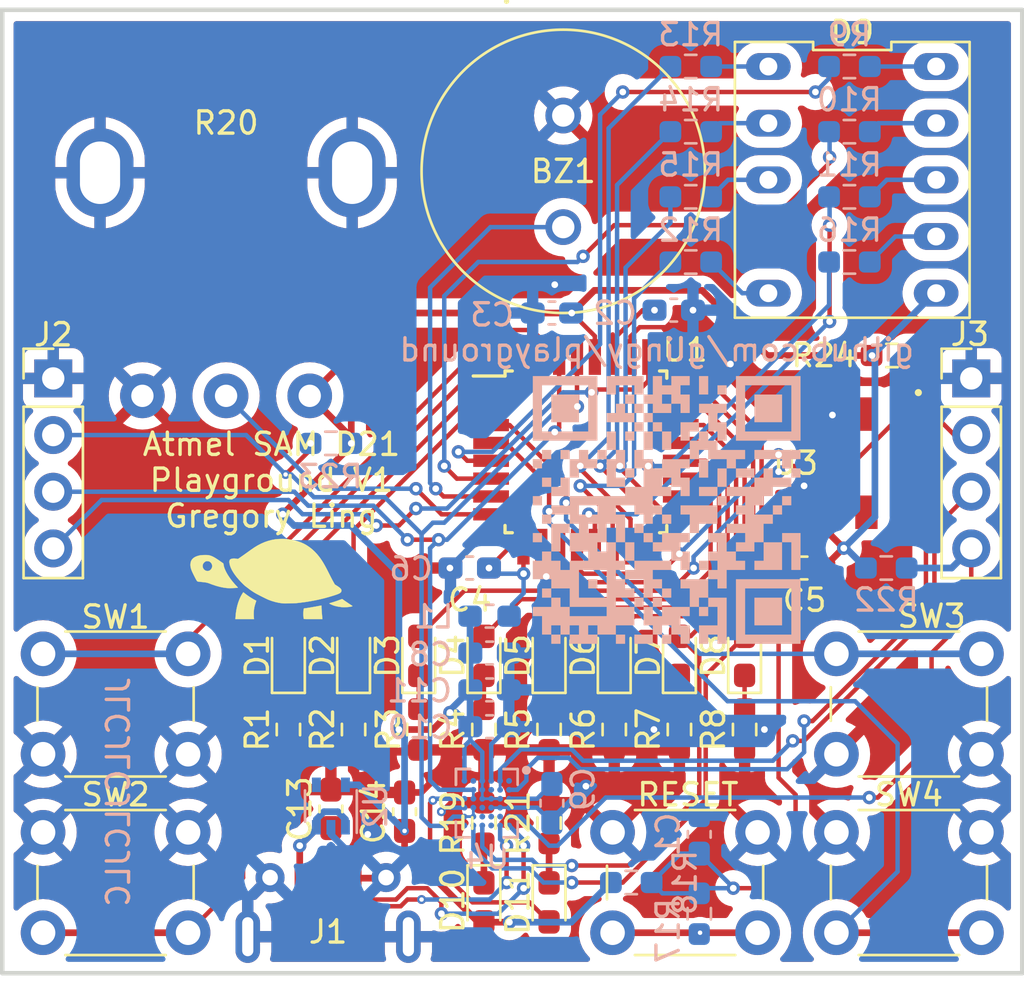
<source format=kicad_pcb>
(kicad_pcb (version 20211014) (generator pcbnew)
  (layers (0 "F.Cu" signal) (31 "B.Cu" signal) (34 "B.Paste" user) (35 "F.Paste" user) (36 "B.SilkS" user "B.Silkscreen") (37 "F.SilkS" user "F.Silkscreen") (38 "B.Mask" user) (39 "F.Mask" user) (44 "Edge.Cuts" user))
  (net 0 "")
  (net 1 "GND")
  (net 2 "Net-(C2-Pad1)")
  (net 3 "+3V3")
  (net 4 "/VDDANA1")
  (net 5 "Net-(D10-Pad1)")
  (net 6 "Net-(D11-Pad1)")
  (net 7 "/SWCLK")
  (net 8 "/SWDIO")
  (net 9 "/LED1")
  (net 10 "/LED2")
  (net 11 "Net-(D9-Pad10)")
  (net 12 "/~{RESET}")
  (net 13 "Net-(D9-Pad9)")
  (net 14 "/LED3")
  (net 15 "Net-(D9-Pad8)")
  (net 16 "/LED4")
  (net 17 "Net-(D9-Pad5)")
  (net 18 "/LED5")
  (net 19 "Net-(D9-Pad1)")
  (net 20 "/LED6")
  (net 21 "Net-(D9-Pad2)")
  (net 22 "/DBG_LED")
  (net 23 "Net-(D9-Pad3)")
  (net 24 "/USB_D-")
  (net 25 "Net-(D9-Pad7)")
  (net 26 "/USB_D+")
  (net 27 "Net-(R17-Pad1)")
  (net 28 "/10k_POT")
  (net 29 "/BUZZER")
  (net 30 "/DBG_SWCLK")
  (net 31 "/DBG_SWDIO")
  (net 32 "+5V")
  (net 34 "/~{DBG_RESET}")
  (net 35 "/SEG_A")
  (net 37 "Net-(C9-Pad1)")
  (net 38 "/SEG_B")
  (net 39 "/SEG_C")
  (net 40 "/SEG_D")
  (net 52 "Net-(D1-Pad1)")
  (net 53 "Net-(D2-Pad1)")
  (net 54 "Net-(D3-Pad1)")
  (net 55 "/SEG_E")
  (net 56 "Net-(D4-Pad1)")
  (net 57 "/SEG_F")
  (net 58 "Net-(D5-Pad1)")
  (net 59 "/SEG_G")
  (net 60 "Net-(D6-Pad1)")
  (net 61 "/SEG_DP")
  (net 62 "Net-(D7-Pad1)")
  (net 63 "Net-(D8-Pad1)")
  (net 64 "/SW1")
  (net 65 "/SW2")
  (net 66 "/SW3")
  (net 67 "/RGB_SDI")
  (net 68 "/RGB_CKI")
  (net 69 "/SW4")
  (net 70 "/UART_RX (Target TX)")
  (net 71 "/UART_TX (Target RX)")
  (footprint "Button_Switch_THT:SW_PUSH_6mm" (layer "F.Cu") (at 156.77 66.965)
    (fp_text reference "SW3")
    (fp_text value "SW_Push" hide)
  )
  (footprint "CustomParts:SK9822" (layer "F.Cu") (at 158.115 58.42 90)
    (fp_text reference "U3")
    (fp_text value "SK9822" hide)
  )
  (footprint "Resistor_SMD:R_0603_1608Metric_Pad0.98x0.95mm_HandSolder" (layer "F.Cu") (at 135.128 70.358 90)
    (fp_text reference "R2")
    (fp_text value "1kΩ" hide)
  )
  (footprint "Resistor_SMD:R_0603_1608Metric_Pad0.98x0.95mm_HandSolder" (layer "F.Cu") (at 140.97 74.549 90)
    (fp_text reference "R19")
    (fp_text value "1kΩ" hide)
  )
  (footprint "LED_SMD:LED_0603_1608Metric_Pad1.05x0.95mm_HandSolder" (layer "F.Cu") (at 140.97 67.056 90)
    (fp_text reference "D4")
    (fp_text value " ")
  )
  (footprint "Resistor_SMD:R_0603_1608Metric_Pad0.98x0.95mm_HandSolder" (layer "F.Cu") (at 143.891 70.358 90)
    (fp_text reference "R5")
    (fp_text value "1kΩ" hide)
  )
  (footprint "Button_Switch_THT:SW_PUSH_6mm" (layer "F.Cu") (at 121.21 66.965)
    (fp_text reference locked "SW1")
    (fp_text value "SW_Push" hide)
  )
  (footprint "LED_SMD:LED_0603_1608Metric_Pad1.05x0.95mm_HandSolder" (layer "F.Cu") (at 149.733 67.056 90)
    (fp_text reference "D7")
    (fp_text value " ")
  )
  (footprint "Capacitor_SMD:C_0603_1608Metric_Pad1.08x0.95mm_HandSolder" (layer "F.Cu") (at 134.112 73.914 -90)
    (fp_text reference "C13")
    (fp_text value "10uF" hide)
  )
  (footprint "Capacitor_SMD:C_0603_1608Metric_Pad1.08x0.95mm_HandSolder" (layer "F.Cu") (at 140.335 63.119 180)
    (fp_text reference "C4")
    (fp_text value "0.1uF" hide)
  )
  (footprint "Capacitor_SMD:C_0603_1608Metric_Pad1.08x0.95mm_HandSolder" (layer "F.Cu") (at 137.414 74.041 -90)
    (fp_text reference "C14")
    (fp_text value "10uF" hide)
  )
  (footprint "LED_SMD:LED_0603_1608Metric_Pad1.05x0.95mm_HandSolder" (layer "F.Cu") (at 152.654 67.056 90)
    (fp_text reference "D8")
    (fp_text value " ")
  )
  (footprint "CustomParts:P120PK-Y25BR10K" (layer "F.Cu") (at 129.413 45.402)
    (fp_text reference "R20")
    (fp_text value "P120PK-Y25BR10K" hide)
  )
  (footprint "Resistor_SMD:R_0603_1608Metric_Pad0.98x0.95mm_HandSolder" (layer "F.Cu") (at 138.049 70.358 90)
    (fp_text reference "R3")
    (fp_text value "1kΩ" hide)
  )
  (footprint "CustomParts:PS1240P02BT" (layer "F.Cu") (at 144.526 45.339 90)
    (fp_text reference "BZ1")
    (fp_text value "Buzzer")
  )
  (footprint "LED_SMD:LED_0603_1608Metric_Pad1.05x0.95mm_HandSolder" (layer "F.Cu") (at 135.128 67.056 90)
    (fp_text reference "D2")
    (fp_text value " ")
  )
  (footprint "CustomParts:MCR-B-S-RA-SMT-CS5A-NF-T" (layer "F.Cu") (at 133.985 81.394 180)
    (fp_text reference "J1")
    (fp_text value "Micro USB" hide)
  )
  (footprint "LED_SMD:LED_0603_1608Metric_Pad1.05x0.95mm_HandSolder" (layer "F.Cu") (at 143.891 78.105 -90)
    (fp_text reference "D11")
    (fp_text value " ")
  )
  (footprint "LED_SMD:LED_0603_1608Metric_Pad1.05x0.95mm_HandSolder" (layer "F.Cu") (at 132.207 67.056 90)
    (fp_text reference "D1")
    (fp_text value " ")
  )
  (footprint "Button_Switch_THT:SW_PUSH_6mm" (layer "F.Cu") (at 146.737 74.966)
    (fp_text reference "SW5" hide)
    (fp_text value "SW_Push" hide)
  )
  (footprint "Turtle:Turtle0808" (layer "F.Cu") (at 131.445 63.5)
    (fp_text reference "G***" hide)
    (fp_text value "LOGO" hide)
  )
  (footprint "Resistor_SMD:R_0603_1608Metric_Pad0.98x0.95mm_HandSolder" (layer "F.Cu") (at 152.654 70.358 90)
    (fp_text reference "R8")
    (fp_text value "1kΩ" hide)
  )
  (footprint "Resistor_SMD:R_0603_1608Metric_Pad0.98x0.95mm_HandSolder" (layer "F.Cu") (at 149.733 70.358 90)
    (fp_text reference "R7")
    (fp_text value "1kΩ" hide)
  )
  (footprint "Resistor_SMD:R_0603_1608Metric_Pad0.98x0.95mm_HandSolder" (layer "F.Cu") (at 146.812 70.358 90)
    (fp_text reference "R6")
    (fp_text value "1kΩ" hide)
  )
  (footprint "Package_QFP:TQFP-32_7x7mm_P0.8mm" (layer "F.Cu") (at 145.542 57.912)
    (fp_text reference "U1")
    (fp_text value "ATSAMD21E15L-A" hide)
  )
  (footprint "Connector_PinHeader_2.54mm:PinHeader_1x04_P2.54mm_Vertical" (layer "F.Cu") (at 162.814 54.62)
    (fp_text reference "J3")
    (fp_text value "Conn_01x04_Male" hide)
  )
  (footprint "Resistor_SMD:R_0603_1608Metric_Pad0.98x0.95mm_HandSolder" (layer "F.Cu") (at 132.207 70.358 90)
    (fp_text reference "R1")
    (fp_text value "1kΩ" hide)
  )
  (footprint "Capacitor_SMD:C_0603_1608Metric_Pad1.08x0.95mm_HandSolder" (layer "F.Cu") (at 155.321 63.119 180)
    (fp_text reference "C5")
    (fp_text value "10uF" hide)
  )
  (footprint "Button_Switch_THT:SW_PUSH_6mm" (layer "F.Cu") (at 127.71 79.466 180)
    (fp_text reference locked "SW2")
    (fp_text value "SW_Push" hide)
  )
  (footprint "LED_SMD:LED_0603_1608Metric_Pad1.05x0.95mm_HandSolder" (layer "F.Cu") (at 146.812 67.056 90)
    (fp_text reference "D6")
    (fp_text value " ")
  )
  (footprint "Connector_PinHeader_2.54mm:PinHeader_1x04_P2.54mm_Vertical" (layer "F.Cu") (at 121.666 54.62)
    (fp_text reference "J2")
    (fp_text value "Conn_01x04_Male" hide)
  )
  (footprint "Resistor_SMD:R_0603_1608Metric_Pad0.98x0.95mm_HandSolder" (layer "F.Cu") (at 143.891 74.549 90)
    (fp_text reference "R21")
    (fp_text value "1kΩ" hide)
  )
  (footprint "LED_SMD:LED_0603_1608Metric_Pad1.05x0.95mm_HandSolder" (layer "F.Cu") (at 143.891 67.056 90)
    (fp_text reference "D5")
    (fp_text value " ")
  )
  (footprint "Resistor_SMD:R_0603_1608Metric_Pad0.98x0.95mm_HandSolder" (layer "F.Cu") (at 159.258 53.594 180)
    (fp_text reference "R24")
    (fp_text value "6.8kΩ")
  )
  (footprint "Resistor_SMD:R_0603_1608Metric_Pad0.98x0.95mm_HandSolder" (layer "F.Cu") (at 140.97 70.358 90)
    (fp_text reference "R4")
    (fp_text value locked "1kΩ" hide)
  )
  (footprint "Button_Switch_THT:SW_PUSH_6mm" (layer "F.Cu") (at 163.27 79.466 180)
    (fp_text reference "SW4")
    (fp_text value "SW_Push" hide)
  )
  (footprint "LED_SMD:LED_0603_1608Metric_Pad1.05x0.95mm_HandSolder" (layer "F.Cu") (at 140.97 78.105 -90)
    (fp_text reference "D10")
    (fp_text value "POWER")
  )
  (footprint "LED_SMD:LED_0603_1608Metric_Pad1.05x0.95mm_HandSolder" (layer "F.Cu") (at 138.049 67.056 90)
    (fp_text reference "D3")
    (fp_text value " ")
  )
  (footprint "CustomParts:INND-TS40RAB" (layer "F.Cu") (at 157.48 45.72 -90)
    (fp_text reference "D9")
    (fp_text value "INND-TS40RAB")
  )
  (footprint "Resistor_SMD:R_0603_1608Metric_Pad0.98x0.95mm_HandSolder" (layer "B.Cu") (at 134.112 57.531)
    (fp_text reference "R23")
    (fp_text value "6.8kΩ")
  )
  (footprint "Resistor_SMD:R_0603_1608Metric_Pad0.98x0.95mm_HandSolder" (layer "B.Cu") (at 150.241 49.403 180)
    (fp_text reference "R12")
    (fp_text value "1kΩ" hide)
  )
  (footprint "CustomParts:WLCSP-35" (layer "B.Cu") (at 141.097 73.66 180)
    (fp_text reference "U4")
    (fp_text value "ATSAMD21E16B-U" hide)
  )
  (footprint "Capacitor_SMD:C_0603_1608Metric_Pad1.08x0.95mm_HandSolder" (layer "B.Cu") (at 141.224 70.231)
    (fp_text reference "C10")
    (fp_text value "0.1uF" hide)
  )
  (footprint "Capacitor_SMD:C_0603_1608Metric_Pad1.08x0.95mm_HandSolder" (layer "B.Cu") (at 149.479 51.562)
    (fp_text reference "C2")
    (fp_text value "0.1uF" hide)
  )
  (footprint "LOGO" (layer "B.Cu") (at 149.161549 60.515894 180)
    (fp_text reference "G***" hide)
    (fp_text value "LOGO" hide)
  )
  (footprint "Capacitor_SMD:C_0603_1608Metric_Pad1.08x0.95mm_HandSolder" (layer "B.Cu") (at 140.335 63.119 180)
    (fp_text reference "C6")
    (fp_text value "10uF" hide)
  )
  (footprint "Capacitor_SMD:C_0603_1608Metric_Pad1.08x0.95mm_HandSolder" (layer "B.Cu") (at 150.622 75.057 90)
    (fp_text reference "C1")
    (fp_text value "0.1uF" hide)
  )
  (footprint "Capacitor_SMD:C_0603_1608Metric_Pad1.08x0.95mm_HandSolder" (layer "B.Cu") (at 144.018 73.66 -90)
    (fp_text reference "C9")
    (fp_text value "0.1uF" hide)
  )
  (footprint "Package_TO_SOT_SMD:SOT-353_SC-70-5" (layer "B.Cu") (at 134.112 73.787 90)
    (fp_text reference "U2")
    (fp_text value "MIC5365-3.3YC5" hide)
  )
  (footprint "Resistor_SMD:R_0603_1608Metric_Pad0.98x0.95mm_HandSolder" (layer "B.Cu") (at 147.574 77.216)
    (fp_text reference "R18")
    (fp_text value "10kΩ" hide)
  )
  (footprint "Inductor_SMD:L_0603_1608Metric_Pad1.05x0.95mm_HandSolder" (layer "B.Cu") (at 141.224 65.278 180)
    (fp_text reference "L1")
    (fp_text value "10uH" hide)
  )
  (footprint "Capacitor_SMD:C_0603_1608Metric_Pad1.08x0.95mm_HandSolder" (layer "B.Cu") (at 141.224 68.58)
    (fp_text reference "C11")
    (fp_text value "0.1uF" hide)
  )
  (footprint "Resistor_SMD:R_0603_1608Metric_Pad0.98x0.95mm_HandSolder" (layer "B.Cu") (at 159.004 63.119)
    (fp_text reference "R22")
    (fp_text value "10kΩ" hide)
  )
  (footprint "Resistor_SMD:R_0603_1608Metric_Pad0.98x0.95mm_HandSolder" (layer "B.Cu") (at 157.353 40.64 180)
    (fp_text reference "R9")
    (fp_text value "1kΩ" hide)
  )
  (footprint "Resistor_SMD:R_0603_1608Metric_Pad0.98x0.95mm_HandSolder" (layer "B.Cu") (at 157.353 46.482 180)
    (fp_text reference "R11")
    (fp_text value "1kΩ" hide)
  )
  (footprint "Resistor_SMD:R_0603_1608Metric_Pad0.98x0.95mm_HandSolder" (layer "B.Cu") (at 150.241 46.482 180)
    (fp_text reference "R15")
    (fp_text value "1kΩ" hide)
  )
  (footprint "Resistor_SMD:R_0603_1608Metric_Pad0.98x0.95mm_HandSolder" (layer "B.Cu") (at 150.241 43.561 180)
    (fp_text reference "R14")
    (fp_text value "1kΩ" hide)
  )
  (footprint "Capacitor_SMD:C_0603_1608Metric_Pad1.08x0.95mm_HandSolder" (layer "B.Cu") (at 141.224 66.929)
    (fp_text reference "C8")
    (fp_text value "10uF" hide)
  )
  (footprint "Resistor_SMD:R_0603_1608Metric_Pad0.98x0.95mm_HandSolder" (layer "B.Cu") (at 157.353 43.561 180)
    (fp_text reference "R10")
    (fp_text value "1kΩ" hide)
  )
  (footprint "Capacitor_SMD:C_0603_1608Metric_Pad1.08x0.95mm_HandSolder" (layer "B.Cu") (at 144.018 51.689 180)
    (fp_text reference "C3")
    (fp_text value "0.1uF" hide)
  )
  (footprint "Resistor_SMD:R_0603_1608Metric_Pad0.98x0.95mm_HandSolder" (layer "B.Cu") (at 157.353 49.403 180)
    (fp_text reference "R16")
    (fp_text value "1kΩ" hide)
  )
  (footprint "Resistor_SMD:R_0603_1608Metric_Pad0.98x0.95mm_HandSolder" (layer "B.Cu") (at 150.241 40.64 180)
    (fp_text reference "R13")
    (fp_text value "1kΩ" hide)
  )
  (footprint "Resistor_SMD:R_0603_1608Metric_Pad0.98x0.95mm_HandSolder" (layer "B.Cu") (at 150.622 78.613 90)
    (fp_text reference "R17")
    (fp_text value "300Ω" hide)
  )
  (gr_rect (start 165.1 38.1) (end 119.38 81.28) (layer "Edge.Cuts") (width 0.2) (fill none))
  (gr_text "github.com/glingy/playground" (at 148.717081 53.340906) (layer "B.SilkS") (effects (font (size 1 1)) (justify mirror)))
  (gr_text "JLCJLCJLCJLC" (at 124.587 73.152 90) (layer "B.SilkS") (effects (font (size 1 1)) (justify mirror)))
  (gr_text "Atmel SAM D21\nPlayground V1\nGregory Ling" (at 131.447444 59.182) (layer "F.SilkS") (effects (font (size 1 1))))
  (gr_text "RESET" (at 150.114 73.279) (layer "F.SilkS") (effects (font (size 1 1))))
  (segment (start 149.5795 52.324) (end 150.3415 51.562) (width 0.2) (layer "F.Cu") (net 1))
  (segment (start 139.065 74.041) (end 139.4695 73.6365) (width 0.2) (layer "F.Cu") (net 1))
  (segment (start 149.5025 71.2705) (end 148.59 70.358) (width 0.3) (layer "F.Cu") (net 1))
  (segment (start 149.733 71.2705) (end 149.5025 71.2705) (width 0.3) (layer "F.Cu") (net 1))
  (segment (start 139.4695 73.6365) (end 140.97 73.6365) (width 0.2) (layer "F.Cu") (net 1))
  (segment (start 136.56 77.019) (end 136.585 76.994) (width 0.3) (layer "F.Cu") (net 1))
  (segment (start 152.654 71.2705) (end 152.654 71.247) (width 0.3) (layer "F.Cu") (net 1))
  (segment (start 147.955 52.324) (end 149.5795 52.324) (width 0.2) (layer "F.Cu") (net 1))
  (segment (start 143.542 62.162) (end 143.542 63.278) (width 0.3) (layer "F.Cu") (net 1))
  (segment (start 135.285 77.019) (end 136.56 77.019) (width 0.3) (layer "F.Cu") (net 1))
  (segment (start 138.1495 73.1785) (end 140.0575 71.2705) (width 0.3) (layer "F.Cu") (net 1))
  (segment (start 147.542 52.737) (end 147.955 52.324) (width 0.2) (layer "F.Cu") (net 1))
  (segment (start 147.542 53.662) (end 147.542 52.737) (width 0.2) (layer "F.Cu") (net 1))
  (segment (start 152.654 71.247) (end 153.543 70.358) (width 0.3) (layer "F.Cu") (net 1))
  (segment (start 140.0575 71.2705) (end 140.97 71.2705) (width 0.3) (layer "F.Cu") (net 1))
  (segment (start 137.414 73.1785) (end 138.1495 73.1785) (width 0.3) (layer "F.Cu") (net 1))
  (segment (start 143.542 63.278) (end 143.764 63.5) (width 0.3) (layer "F.Cu") (net 1))
  (via (at 143.764 63.5) (size 0.6) (drill 0.3) (layers "F.Cu" "B.Cu") (net 1))
  (via (at 148.59 70.358) (size 0.6) (drill 0.3) (layers "F.Cu" "B.Cu") (net 1))
  (via (at 144.145 50.419) (size 0.6) (drill 0.3) (layers "F.Cu" "B.Cu") (net 1))
  (via (at 145.542 72.898) (size 0.6) (drill 0.3) (layers "F.Cu" "B.Cu") (net 1))
  (via (at 153.543 70.358) (size 0.6) (drill 0.3) (layers "F.Cu" "B.Cu") (net 1))
  (via (at 139.065 74.041) (size 0.4) (drill 0.2) (layers "F.Cu" "B.Cu") (net 1))
  (via (at 156.591 56.261) (size 0.6) (drill 0.3) (layers "F.Cu" "B.Cu") (net 1))
  (via (at 139.446 63.119) (size 0.6) (drill 0.3) (layers "F.Cu" "B.Cu") (net 1))
  (via (at 135.763 75.057) (size 0.6) (drill 0.3) (layers "F.Cu" "B.Cu") (net 1))
  (via (at 150.3415 51.562) (size 0.6) (drill 0.3) (layers "F.Cu" "B.Cu") (net 1))
  (via (at 152.019 53.975) (size 0.6) (drill 0.3) (layers "F.Cu" "B.Cu") (net 1))
  (via (at 155.321 59.436) (size 0.6) (drill 0.3) (layers "F.Cu" "B.Cu") (net 1))
  (segment (start 142.097 73.86) (end 143.3555 73.86) (width 0.2) (layer "B.Cu") (net 1))
  (segment (start 134.112 74.737) (end 134.112 75.057) (width 0.3) (layer "B.Cu") (net 1))
  (segment (start 141.297 71.0205) (end 142.0865 70.231) (width 0.2) (layer "B.Cu") (net 1))
  (segment (start 144.018 74.5225) (end 144.018 74.422) (width 0.3) (layer "B.Cu") (net 1))
  (segment (start 139.446 63.119) (end 140.716 61.849) (width 0.3) (layer "B.Cu") (net 1))
  (segment (start 135.283 75.692) (end 135.283 75.537) (width 0.3) (layer "B.Cu") (net 1))
  (segment (start 134.747 75.692) (end 135.283 75.692) (width 0.3) (layer "B.Cu") (net 1))
  (segment (start 143.3555 73.86) (end 144.018 74.5225) (width 0.2) (layer "B.Cu") (net 1))
  (segment (start 141.297 72.66) (end 141.297 71.0205) (width 0.2) (layer "B.Cu") (net 1))
  (segment (start 140.097 73.86) (end 139.246 73.86) (width 0.2) (layer "B.Cu") (net 1))
  (segment (start 144.018 74.422) (end 145.542 72.898) (width 0.3) (layer "B.Cu") (net 1))
  (segment (start 134.112 75.057) (end 134.747 75.692) (width 0.3) (layer "B.Cu") (net 1))
  (segment (start 135.283 75.537) (end 135.763 75.057) (width 0.3) (layer "B.Cu") (net 1))
  (segment (start 135.283 75.692) (end 136.585 76.994) (width 0.3) (layer "B.Cu") (net 1))
  (segment (start 139.246 73.86) (end 139.065 74.041) (width 0.2) (layer "B.Cu") (net 1))
  (segment (start 141.297 73.86) (end 142.097 73.86) (width 0.127) (layer "B.Cu") (net 1))
  (segment (start 148.082 51.562) (end 148.6165 51.562) (width 0.2) (layer "F.Cu") (net 2))
  (segment (start 146.742 52.902) (end 148.082 51.562) (width 0.2) (layer "F.Cu") (net 2))
  (segment (start 146.742 53.662) (end 146.742 52.648) (width 0.2) (layer "F.Cu") (net 2))
  (segment (start 146.742 53.662) (end 146.742 52.902) (width 0.2) (layer "F.Cu") (net 2))
  (via (at 148.6165 51.562) (size 0.6) (drill 0.3) (layers "F.Cu" "B.Cu") (net 2))
  (segment (start 135.0245 53.5405) (end 135.0245 57.531) (width 0.3) (layer "F.Cu") (net 3))
  (segment (start 144.907 51.689) (end 145.923 50.673) (width 0.3) (layer "F.Cu") (net 3))
  (segment (start 135.0495 53.5155) (end 133.163 55.402) (width 0.3) (layer "F.Cu") (net 3))
  (segment (start 135.0245 57.2635) (end 133.163 55.402) (width 0.3) (layer "F.Cu") (net 3))
  (segment (start 138.684 70.358) (end 139.446 69.596) (width 0.3) (layer "F.Cu") (net 3))
  (segment (start 140.984 78.994) (end 140.97 78.98) (width 0.3) (layer "F.Cu") (net 3))
  (segment (start 145.942 52.724) (end 145.942 53.662) (width 0.2) (layer "F.Cu") (net 3))
  (segment (start 150.749 50.673) (end 153.67 53.594) (width 0.3) (layer "F.Cu") (net 3))
  (segment (start 157.099 62.23) (end 156.515 61.646) (width 0.3) (layer "F.Cu") (net 3))
  (segment (start 137.414 74.9035) (end 137.414 75.692) (width 0.3) (layer "F.Cu") (net 3))
  (segment (start 135.0245 57.531) (end 135.0245 57.2635) (width 0.3) (layer "F.Cu") (net 3))
  (segment (start 135.0245 57.531) (end 135.0245 57.6345) (width 0.3) (layer "F.Cu") (net 3))
  (segment (start 137.16 70.358) (end 138.684 70.358) (width 0.3) (layer "F.Cu") (net 3))
  (segment (start 157.099 62.23) (end 157.0725 62.23) (width 0.3) (layer "F.Cu") (net 3))
  (segment (start 157.0725 62.23) (end 156.1835 63.119) (width 0.3) (layer "F.Cu") (net 3))
  (segment (start 135.0495 53.5155) (end 135.0245 53.5405) (width 0.3) (layer "F.Cu") (net 3))
  (segment (start 135.0245 57.6345) (end 131.953 60.706) (width 0.3) (layer "F.Cu") (net 3))
  (segment (start 144.907 51.689) (end 136.876 51.689) (width 0.3) (layer "F.Cu") (net 3))
  (segment (start 156.515 61.646) (end 156.515 60.62) (width 0.3) (layer "F.Cu") (net 3))
  (segment (start 144.907 51.689) (end 145.942 52.724) (width 0.2) (layer "F.Cu") (net 3))
  (segment (start 140.702 78.98) (end 140.97 78.98) (width 0.3) (layer "F.Cu") (net 3))
  (segment (start 153.67 53.594) (end 158.3455 53.594) (width 0.3) (layer "F.Cu") (net 3))
  (segment (start 145.923 50.673) (end 150.749 50.673) (width 0.3) (layer "F.Cu") (net 3))
  (segment (start 137.414 75.692) (end 140.702 78.98) (width 0.3) (layer "F.Cu") (net 3))
  (segment (start 142.113 78.994) (end 140.984 78.994) (width 0.3) (layer "F.Cu") (net 3))
  (segment (start 136.876 51.689) (end 135.0495 53.5155) (width 0.3) (layer "F.Cu") (net 3))
  (via (at 137.16 70.358) (size 0.6) (drill 0.3) (layers "F.Cu" "B.Cu") (net 3))
  (via (at 144.907 51.689) (size 0.6) (drill 0.3) (layers "F.Cu" "B.Cu") (net 3))
  (via (at 137.414 74.9035) (size 0.4) (drill 0.2) (layers "F.Cu" "B.Cu") (net 3))
  (via (at 158.369 53.594) (size 0.6) (drill 0.3) (layers "F.Cu" "B.Cu") (net 3))
  (via (at 131.953 60.706) (size 0.6) (drill 0.3) (layers "F.Cu" "B.Cu") (net 3))
  (via (at 142.113 78.994) (size 0.6) (drill 0.3) (layers "F.Cu" "B.Cu") (net 3))
  (via (at 135.0245 57.531) (size 0.6) (drill 0.3) (layers "F.Cu" "B.Cu") (net 3))
  (via (at 139.446 69.596) (size 0.6) (drill 0.3) (layers "F.Cu" "B.Cu") (net 3))
  (via (at 157.099 62.23) (size 0.6) (drill 0.3) (layers "F.Cu" "B.Cu") (net 3))
  (segment (start 135.763 61.976) (end 135.001 61.214) (width 0.3) (layer "B.Cu") (net 3))
  (segment (start 140.3615 70.8395) (end 140.097 71.104) (width 0.2) (layer "B.Cu") (net 3))
  (segment (start 132.461 61.214) (end 131.953 60.706) (width 0.3) (layer "B.Cu") (net 3))
  (segment (start 157.099 62.23) (end 158.496 60.833) (width 0.3) (layer "B.Cu") (net 3))
  (segment (start 137.16 63.373) (end 135.763 61.976) (width 0.3) (layer "B.Cu") (net 3))
  (segment (start 135.3475 72.837) (end 137.414 74.9035) (width 0.3) (layer "B.Cu") (net 3))
  (segment (start 140.897 71.375) (end 140.897 72.66) (width 0.2) (layer "B.Cu") (net 3))
  (segment (start 144.8835 78.994) (end 142.113 78.994) (width 0.3) (layer "B.Cu") (net 3))
  (segment (start 140.3615 70.231) (end 140.3615 70.8395) (width 0.2) (layer "B.Cu") (net 3))
  (segment (start 141.697 73.46) (end 140.897 73.46) (width 0.127) (layer "B.Cu") (net 3))
  (segment (start 140.097 71.104) (end 140.097 72.66) (width 0.2) (layer "B.Cu") (net 3))
  (segment (start 161.24 50.8) (end 161.163 50.8) (width 0.3) (layer "B.Cu") (net 3))
  (segment (start 139.446 69.4955) (end 140.3615 68.58) (width 0.3) (layer "B.Cu") (net 3))
  (segment (start 140.897 73.46) (end 140.897 72.66) (width 0.127) (layer "B.Cu") (net 3))
  (segment (start 137.414 70.612) (end 137.16 70.358) (width 0.3) (layer "B.Cu") (net 3))
  (segment (start 140.349 65.278) (end 140.349 70.2185) (width 0.3) (layer "B.Cu") (net 3))
  (segment (start 139.446 69.596) (end 139.446 69.4955) (width 0.3) (layer "B.Cu") (net 3))
  (segment (start 132.588 61.214) (end 132.461 61.214) (width 0.3) (layer "B.Cu") (net 3))
  (segment (start 139.446 69.596) (end 139.7265 69.596) (width 0.3) (layer "B.Cu") (net 3))
  (segment (start 137.16 70.358) (end 137.16 63.373) (width 0.3) (layer "B.Cu") (net 3))
  (segment (start 146.6615 77.216) (end 144.8835 78.994) (width 0.3) (layer "B.Cu") (net 3))
  (segment (start 137.414 74.9035) (end 137.414 70.612) (width 0.3) (layer "B.Cu") (net 3))
  (segment (start 158.496 53.721) (end 158.369 53.594) (width 0.3) (layer "B.Cu") (net 3))
  (segment (start 158.496 60.833) (end 158.496 53.721) (width 0.3) (layer "B.Cu") (net 3))
  (segment (start 157.099 62.23) (end 157.2025 62.23) (width 0.3) (layer "B.Cu") (net 3))
  (segment (start 140.3615 70.8395) (end 140.897 71.375) (width 0.2) (layer "B.Cu") (net 3))
  (segment (start 161.163 50.8) (end 158.369 53.594) (width 0.3) (layer "B.Cu") (net 3))
  (segment (start 157.2025 62.23) (end 158.0915 63.119) (width 0.3) (layer "B.Cu") (net 3))
  (segment (start 139.7265 69.596) (end 140.3615 70.231) (width 0.3) (layer "B.Cu") (net 3))
  (segment (start 134.762 72.837) (end 135.3475 72.837) (width 0.3) (layer "B.Cu") (net 3))
  (segment (start 135.001 61.214) (end 132.588 61.214) (width 0.3) (layer "B.Cu") (net 3))
  (segment (start 140.349 70.2185) (end 140.3615 70.231) (width 0.3) (layer "B.Cu") (net 3))
  (segment (start 142.1545 62.162) (end 141.1975 63.119) (width 0.2) (layer "F.Cu") (net 4))
  (segment (start 142.742 62.162) (end 142.742 63.367) (width 0.2) (layer "F.Cu") (net 4))
  (segment (start 142.742 63.367) (end 142.748 63.373) (width 0.2) (layer "F.Cu") (net 4))
  (segment (start 142.742 62.162) (end 142.1545 62.162) (width 0.2) (layer "F.Cu") (net 4))
  (via (at 142.748 63.373) (size 0.6) (drill 0.3) (layers "F.Cu" "B.Cu") (net 4))
  (via (at 141.1975 63.119) (size 0.6) (drill 0.3) (layers "F.Cu" "B.Cu") (net 4))
  (segment (start 141.4515 63.373) (end 141.1975 63.119) (width 0.2) (layer "B.Cu") (net 4))
  (segment (start 142.748 63.373) (end 142.748 64.248) (width 0.2) (layer "B.Cu") (net 4))
  (segment (start 142.748 64.248) (end 142.226 64.77) (width 0.2) (layer "B.Cu") (net 4))
  (segment (start 142.748 63.373) (end 141.4515 63.373) (width 0.2) (layer "B.Cu") (net 4))
  (segment (start 140.97 75.4615) (end 140.97 77.23) (width 0.3) (layer "F.Cu") (net 5))
  (segment (start 143.891 75.4615) (end 143.891 77.23) (width 0.3) (layer "F.Cu") (net 6))
  (segment (start 145.161 55.88) (end 145.142 55.861) (width 0.2) (layer "F.Cu") (net 7))
  (segment (start 132.08 58.928) (end 133.1995 57.8085) (width 0.2) (layer "F.Cu") (net 7))
  (segment (start 145.142 55.861) (end 145.142 53.662) (width 0.2) (layer "F.Cu") (net 7))
  (segment (start 133.1995 57.8085) (end 133.1995 57.531) (width 0.2) (layer "F.Cu") (net 7))
  (via (at 145.161 55.88) (size 0.6) (drill 0.3) (layers "F.Cu" "B.Cu") (net 7))
  (via (at 132.08 58.928) (size 0.4) (drill 0.2) (layers "F.Cu" "B.Cu") (net 7))
  (via (at 133.1995 57.531) (size 0.6) (drill 0.3) (layers "F.Cu" "B.Cu") (net 7))
  (segment (start 140.097 74.26) (end 140.497 74.26) (width 0.127) (layer "B.Cu") (net 7))
  (segment (start 145.161 55.88) (end 144.399 55.88) (width 0.2) (layer "B.Cu") (net 7))
  (segment (start 136.525 59.944) (end 133.35 59.944) (width 0.2) (layer "B.Cu") (net 7))
  (segment (start 139.192 61.087) (end 138.684 61.087) (width 0.2) (layer "B.Cu") (net 7))
  (segment (start 139.192 74.676) (end 139.608 74.26) (width 0.2) (layer "B.Cu") (net 7))
  (segment (start 132.334 58.928) (end 132.08 58.928) (width 0.2) (layer "B.Cu") (net 7))
  (segment (start 130.312 57.16) (end 121.666 57.16) (width 0.2) (layer "B.Cu") (net 7))
  (segment (start 139.608 74.26) (end 140.097 74.26) (width 0.2) (layer "B.Cu") (net 7))
  (segment (start 138.176 61.595) (end 136.525 59.944) (width 0.2) (layer "B.Cu") (net 7))
  (segment (start 140.497 74.26) (end 140.497 73.86) (width 0.127) (layer "B.Cu") (net 7))
  (segment (start 132.08 58.928) (end 130.312 57.16) (width 0.2) (layer "B.Cu") (net 7))
  (segment (start 138.176 61.595) (end 138.176 74.295) (width 0.2) (layer "B.Cu") (net 7))
  (segment (start 133.35 59.944) (end 132.334 58.928) (width 0.2) (layer "B.Cu") (net 7))
  (segment (start 144.399 55.88) (end 139.192 61.087) (width 0.2) (layer "B.Cu") (net 7))
  (segment (start 138.176 74.295) (end 138.557 74.676) (width 0.2) (layer "B.Cu") (net 7))
  (segment (start 138.557 74.676) (end 139.192 74.676) (width 0.2) (layer "B.Cu") (net 7))
  (segment (start 138.684 61.087) (end 138.176 61.595) (width 0.2) (layer "B.Cu") (net 7))
  (segment (start 144.145 57.023) (end 144.342 56.826) (width 0.2) (layer "F.Cu") (net 8))
  (segment (start 144.342 56.826) (end 144.342 53.662) (width 0.2) (layer "F.Cu") (net 8))
  (segment (start 138.938 61.849) (end 137.541 61.849) (width 0.2) (layer "F.Cu") (net 8))
  (via (at 144.145 57.023) (size 0.6) (drill 0.3) (layers "F.Cu" "B.Cu") (net 8))
  (via (at 137.541 61.849) (size 0.6) (drill 0.3) (layers "F.Cu" "B.Cu") (net 8))
  (via (at 138.938 61.849) (size 0.6) (drill 0.3) (layers "F.Cu" "B.Cu") (net 8))
  (segment (start 138.973 73.06) (end 140.497 73.06) (width 0.2) (layer "B.Cu") (net 8))
  (segment (start 138.557 72.644) (end 138.973 73.06) (width 0.2) (layer "B.Cu") (net 8))
  (segment (start 144.145 57.023) (end 139.319 61.849) (width 0.2) (layer "B.Cu") (net 8))
  (segment (start 132.471 59.7) (end 121.666 59.7) (width 0.2) (layer "B.Cu") (net 8))
  (segment (start 138.557 62.23) (end 138.557 72.644) (width 0.2) (layer "B.Cu") (net 8))
  (segment (start 133.096 60.325) (end 132.471 59.7) (width 0.2) (layer "B.Cu") (net 8))
  (segment (start 137.541 61.849) (end 136.017 60.325) (width 0.2) (layer "B.Cu") (net 8))
  (segment (start 136.017 60.325) (end 133.096 60.325) (width 0.2) (layer "B.Cu") (net 8))
  (segment (start 139.319 61.849) (end 138.938 61.849) (width 0.2) (layer "B.Cu") (net 8))
  (segment (start 140.497 73.06) (end 140.497 73.46) (width 0.127) (layer "B.Cu") (net 8))
  (segment (start 138.938 61.849) (end 138.557 62.23) (width 0.2) (layer "B.Cu") (net 8))
  (segment (start 140.637978 55.112) (end 132.207 63.542978) (width 0.2) (layer "F.Cu") (net 9))
  (segment (start 132.207 63.542978) (end 132.207 66.181) (width 0.2) (layer "F.Cu") (net 9))
  (segment (start 141.292 55.112) (end 140.637978 55.112) (width 0.2) (layer "F.Cu") (net 9))
  (segment (start 140.637978 55.912) (end 135.128 61.421978) (width 0.2) (layer "F.Cu") (net 10))
  (segment (start 141.292 55.912) (end 140.637978 55.912) (width 0.2) (layer "F.Cu") (net 10))
  (segment (start 135.128 61.421978) (end 135.128 66.181) (width 0.2) (layer "F.Cu") (net 10))
  (segment (start 158.2655 40.64) (end 161.24 40.64) (width 0.2) (layer "B.Cu") (net 11))
  (segment (start 148.342 53.662) (end 149.9915 53.662) (width 0.2) (layer "F.Cu") (net 12))
  (segment (start 153.416 64.77) (end 154.178 65.532) (width 0.2) (layer "F.Cu") (net 12))
  (segment (start 136.144 61.214) (end 137.16 61.214) (width 0.2) (layer "F.Cu") (net 12))
  (segment (start 145.796 55.245) (end 145.923 55.118) (width 0.2) (layer "F.Cu") (net 12))
  (segment (start 154.178 72.517) (end 154.94 73.279) (width 0.2) (layer "F.Cu") (net 12))
  (segment (start 147.955 55.118) (end 148.342 54.731) (width 0.2) (layer "F.Cu") (net 12))
  (segment (start 137.16 61.214) (end 137.922 60.452) (width 0.2) (layer "F.Cu") (net 12))
  (segment (start 153.289 77.47) (end 152.146 77.47) (width 0.2) (layer "F.Cu") (net 12))
  (segment (start 154.178 65.532) (end 154.178 72.517) (width 0.2) (layer "F.Cu") (net 12))
  (segment (start 154.94 73.279) (end 154.94 75.819) (width 0.2) (layer "F.Cu") (net 12))
  (segment (start 154.94 75.819) (end 153.289 77.47) (width 0.2) (layer "F.Cu") (net 12))
  (segment (start 149.9915 53.662) (end 153.416 57.0865) (width 0.2) (layer "F.Cu") (net 12))
  (segment (start 153.416 57.0865) (end 153.416 64.77) (width 0.2) (layer "F.Cu") (net 12))
  (segment (start 145.923 55.118) (end 147.955 55.118) (width 0.2) (layer "F.Cu") (net 12))
  (segment (start 148.342 54.731) (end 148.342 53.662) (width 0.2) (layer "F.Cu") (net 12))
  (via (at 136.144 61.214) (size 0.6) (drill 0.3) (layers "F.Cu" "B.Cu") (net 12))
  (via (at 137.922 60.452) (size 0.6) (drill 0.3) (layers "F.Cu" "B.Cu") (net 12))
  (via (at 145.796 55.245) (size 0.6) (drill 0.3) (layers "F.Cu" "B.Cu") (net 12))
  (via (at 152.146 77.47) (size 0.6) (drill 0.3) (layers "F.Cu" "B.Cu") (net 12))
  (segment (start 139.319 60.452) (end 137.922 60.452) (width 0.2) (layer "B.Cu") (net 12))
  (segment (start 136.144 61.214) (end 135.636 60.706) (width 0.2) (layer "B.Cu") (net 12))
  (segment (start 135.636 60.706) (end 132.842 60.706) (width 0.2) (layer "B.Cu") (net 12))
  (segment (start 145.796 55.245) (end 144.526 55.245) (width 0.2) (layer "B.Cu") (net 12))
  (segment (start 148.971 77.7005) (end 148.4865 77.216) (width 0.2) (layer "B.Cu") (net 12))
  (segment (start 144.526 55.245) (end 139.319 60.452) (width 0.2) (layer "B.Cu") (net 12))
  (segment (start 132.207 60.071) (end 123.835 60.071) (width 0.2) (layer "B.Cu") (net 12))
  (segment (start 150.8525 77.47) (end 150.622 77.7005) (width 0.2) (layer "B.Cu") (net 12))
  (segment (start 150.622 77.7005) (end 148.971 77.7005) (width 0.2) (layer "B.Cu") (net 12))
  (segment (start 149.783 75.9195) (end 148.4865 77.216) (width 0.2) (layer "B.Cu") (net 12))
  (segment (start 152.146 77.47) (end 152.146 77.4435) (width 0.2) (layer "B.Cu") (net 12))
  (segment (start 150.622 75.9195) (end 149.783 75.9195) (width 0.2) (layer "B.Cu") (net 12))
  (segment (start 152.146 77.4435) (end 150.622 75.9195) (width 0.2) (layer "B.Cu") (net 12))
  (segment (start 152.146 77.47) (end 150.8525 77.47) (width 0.2) (layer "B.Cu") (net 12))
  (segment (start 123.835 60.071) (end 121.666 62.24) (width 0.2) (layer "B.Cu") (net 12))
  (segment (start 132.842 60.706) (end 132.207 60.071) (width 0.2) (layer "B.Cu") (net 12))
  (segment (start 158.2655 43.561) (end 158.6465 43.18) (width 0.2) (layer "B.Cu") (net 13))
  (segment (start 158.6465 43.18) (end 161.24 43.18) (width 0.2) (layer "B.Cu") (net 13))
  (segment (start 151.13 59.309) (end 151.13 63.246) (width 0.2) (layer "F.Cu") (net 14))
  (segment (start 150.933 59.112) (end 151.13 59.309) (width 0.2) (layer "F.Cu") (net 14))
  (segment (start 151.13 63.246) (end 150.241 64.135) (width 0.2) (layer "F.Cu") (net 14))
  (segment (start 149.792 59.112) (end 150.933 59.112) (width 0.2) (layer "F.Cu") (net 14))
  (segment (start 140.095 64.135) (end 138.049 66.181) (width 0.2) (layer "F.Cu") (net 14))
  (segment (start 150.241 64.135) (end 140.095 64.135) (width 0.2) (layer "F.Cu") (net 14))
  (segment (start 158.2655 46.482) (end 159.0275 45.72) (width 0.2) (layer "B.Cu") (net 15))
  (segment (start 159.0275 45.72) (end 161.24 45.72) (width 0.2) (layer "B.Cu") (net 15))
  (segment (start 150.382222 64.516) (end 142.635 64.516) (width 0.2) (layer "F.Cu") (net 16))
  (segment (start 149.792 58.312) (end 150.895 58.312) (width 0.2) (layer "F.Cu") (net 16))
  (segment (start 142.635 64.516) (end 140.97 66.181) (width 0.2) (layer "F.Cu") (net 16))
  (segment (start 151.511 63.387222) (end 150.382222 64.516) (width 0.2) (layer "F.Cu") (net 16))
  (segment (start 150.895 58.312) (end 151.511 58.928) (width 0.2) (layer "F.Cu") (net 16))
  (segment (start 151.511 58.928) (end 151.511 63.387222) (width 0.2) (layer "F.Cu") (net 16))
  (segment (start 151.1535 49.403) (end 152.5505 50.8) (width 0.2) (layer "B.Cu") (net 17))
  (segment (start 152.5505 50.8) (end 153.72 50.8) (width 0.2) (layer "B.Cu") (net 17))
  (segment (start 145.175 64.897) (end 143.891 66.181) (width 0.2) (layer "F.Cu") (net 18))
  (segment (start 150.495 64.897) (end 145.175 64.897) (width 0.2) (layer "F.Cu") (net 18))
  (segment (start 150.857 57.512) (end 151.892 58.547) (width 0.2) (layer "F.Cu") (net 18))
  (segment (start 151.892 58.547) (end 151.892 63.5) (width 0.2) (layer "F.Cu") (net 18))
  (segment (start 149.792 57.512) (end 150.857 57.512) (width 0.2) (layer "F.Cu") (net 18))
  (segment (start 151.892 63.5) (end 150.495 64.897) (width 0.2) (layer "F.Cu") (net 18))
  (segment (start 151.1535 40.64) (end 153.72 40.64) (width 0.2) (layer "B.Cu") (net 19))
  (segment (start 150.622 65.278) (end 147.715 65.278) (width 0.2) (layer "F.Cu") (net 20))
  (segment (start 150.819 56.712) (end 152.273 58.166) (width 0.2) (layer "F.Cu") (net 20))
  (segment (start 152.273 58.166) (end 152.273 63.627) (width 0.2) (layer "F.Cu") (net 20))
  (segment (start 147.715 65.278) (end 146.812 66.181) (width 0.2) (layer "F.Cu") (net 20))
  (segment (start 152.273 63.627) (end 150.622 65.278) (width 0.2) (layer "F.Cu") (net 20))
  (segment (start 149.792 56.712) (end 150.819 56.712) (width 0.2) (layer "F.Cu") (net 20))
  (segment (start 151.1535 43.561) (end 151.5345 43.18) (width 0.2) (layer "B.Cu") (net 21))
  (segment (start 151.5345 43.18) (end 153.72 43.18) (width 0.2) (layer "B.Cu") (net 21))
  (segment (start 143.016 78.105) (end 143.891 78.98) (width 0.2) (layer "F.Cu") (net 22))
  (segment (start 138.557 73.66) (end 138.557 76.2) (width 0.2) (layer "F.Cu") (net 22))
  (segment (start 138.557 76.2) (end 140.462 78.105) (width 0.2) (layer "F.Cu") (net 22))
  (segment (start 138.684 73.533) (end 138.557 73.66) (width 0.2) (layer "F.Cu") (net 22))
  (segment (start 140.462 78.105) (end 143.016 78.105) (width 0.2) (layer "F.Cu") (net 22))
  (via (at 138.684 73.533) (size 0.4) (drill 0.2) (layers "F.Cu" "B.Cu") (net 22))
  (segment (start 138.757 73.46) (end 140.097 73.46) (width 0.2) (layer "B.Cu") (net 22))
  (segment (start 138.684 73.533) (end 138.757 73.46) (width 0.2) (layer "B.Cu") (net 22))
  (segment (start 151.1535 46.482) (end 151.9155 45.72) (width 0.2) (layer "B.Cu") (net 23))
  (segment (start 151.9155 45.72) (end 153.72 45.72) (width 0.2) (layer "B.Cu") (net 23))
  (segment (start 137.541 77.978) (end 137.23952 78.27948) (width 0.2) (layer "F.Cu") (net 24))
  (segment (start 138.176 77.978) (end 137.541 77.978) (width 0.2) (layer "F.Cu") (net 24))
  (segment (start 133.335 77.844) (end 133.335 77.019) (width 0.2) (layer "F.Cu") (net 24))
  (segment (start 141.986 75.565) (end 141.986 77.216) (width 0.2) (layer "F.Cu") (net 24))
  (segment (start 137.23952 78.27948) (end 133.77048 78.27948) (width 0.2) (layer "F.Cu") (net 24))
  (segment (start 133.77048 78.27948) (end 133.335 77.844) (width 0.2) (layer "F.Cu") (net 24))
  (via (at 141.986 75.565) (size 0.6) (drill 0.3) (layers "F.Cu" "B.Cu") (net 24))
  (via (at 138.176 77.978) (size 0.4) (drill 0.2) (layers "F.Cu" "B.Cu") (net 24))
  (via (at 141.986 77.216) (size 0.6) (drill 0.3) (layers "F.Cu" "B.Cu") (net 24))
  (segment (start 141.224 77.978) (end 141.986 77.216) (width 0.2) (layer "B.Cu") (net 24))
  (segment (start 141.697 74.66) (end 141.697 75.276) (width 0.2) (layer "B.Cu") (net 24))
  (segment (start 138.176 77.978) (end 141.224 77.978) (width 0.2) (layer "B.Cu") (net 24))
  (segment (start 141.697 75.276) (end 141.986 75.565) (width 0.2) (layer "B.Cu") (net 24))
  (segment (start 158.2655 49.403) (end 159.4085 48.26) (width 0.2) (layer "B.Cu") (net 25))
  (segment (start 159.4085 48.26) (end 161.24 48.26) (width 0.2) (layer "B.Cu") (net 25))
  (segment (start 138.43 77.47) (end 137.541 77.47) (width 0.2) (layer "F.Cu") (net 26))
  (segment (start 134.389978 77.978) (end 133.985 77.573022) (width 0.2) (layer "F.Cu") (net 26))
  (segment (start 142.748 75.565) (end 142.748 77.47) (width 0.2) (layer "F.Cu") (net 26))
  (segment (start 137.033 77.978) (end 134.389978 77.978) (width 0.2) (layer "F.Cu") (net 26))
  (segment (start 133.985 77.573022) (end 133.985 77.019) (width 0.2) (layer "F.Cu") (net 26))
  (segment (start 139.065 78.105) (end 138.43 77.47) (width 0.2) (layer "F.Cu") (net 26))
  (segment (start 137.541 77.47) (end 137.033 77.978) (width 0.2) (layer "F.Cu") (net 26))
  (segment (start 139.065 78.613) (end 139.065 78.105) (width 0.2) (layer "F.Cu") (net 26))
  (via (at 142.748 75.565) (size 0.6) (drill 0.3) (layers "F.Cu" "B.Cu") (net 26))
  (via (at 142.748 77.47) (size 0.6) (drill 0.3) (layers "F.Cu" "B.Cu") (net 26))
  (via (at 139.065 78.613) (size 0.6) (drill 0.3) (layers "F.Cu" "B.Cu") (net 26))
  (segment (start 141.605 78.613) (end 142.748 77.47) (width 0.2) (layer "B.Cu") (net 26))
  (segment (start 139.065 78.613) (end 141.605 78.613) (width 0.2) (layer "B.Cu") (net 26))
  (segment (start 142.097 74.66) (end 142.748 75.311) (width 0.2) (layer "B.Cu") (net 26))
  (segment (start 142.748 75.311) (end 142.748 75.565) (width 0.2) (layer "B.Cu") (net 26))
  (segment (start 150.658 79.466) (end 153.237 79.466) (width 0.3) (layer "F.Cu") (net 27))
  (segment (start 146.737 79.466) (end 150.658 79.466) (width 0.3) (layer "F.Cu") (net 27))
  (via (at 150.658 79.466) (size 0.4) (drill 0.2) (layers "F.Cu" "B.Cu") (net 27))
  (segment (start 137.922 59.563) (end 139.071 60.712) (width 0.2) (layer "F.Cu") (net 28))
  (segment (start 139.071 60.712) (end 141.292 60.712) (width 0.2) (layer "F.Cu") (net 28))
  (via (at 137.922 59.563) (size 0.6) (drill 0.3) (layers "F.Cu" "B.Cu") (net 28))
  (segment (start 137.922 59.563) (end 133.574 59.563) (width 0.2) (layer "B.Cu") (net 28))
  (segment (start 133.574 59.563) (end 129.413 55.402) (width 0.2) (layer "B.Cu") (net 28))
  (segment (start 139.16 59.912) (end 141.292 59.912) (width 0.2) (layer "F.Cu") (net 29))
  (segment (start 138.811 59.563) (end 139.16 59.912) (width 0.2) (layer "F.Cu") (net 29))
  (via (at 138.811 59.563) (size 0.6) (drill 0.3) (layers "F.Cu" "B.Cu") (net 29))
  (segment (start 138.557 59.309) (end 138.557 50.546) (width 0.2) (layer "B.Cu") (net 29))
  (segment (start 141.264 47.839) (end 144.526 47.839) (width 0.2) (layer "B.Cu") (net 29))
  (segment (start 138.811 59.563) (end 138.557 59.309) (width 0.2) (layer "B.Cu") (net 29))
  (segment (start 138.557 50.546) (end 141.264 47.839) (width 0.2) (layer "B.Cu") (net 29))
  (segment (start 155.321 69.977) (end 155.702 69.977) (width 0.2) (layer "F.Cu") (net 30))
  (segment (start 155.702 69.977) (end 160.782 64.897) (width 0.2) (layer "F.Cu") (net 30))
  (segment (start 161.036 56.134) (end 162.062 57.16) (width 0.2) (layer "F.Cu") (net 30))
  (segment (start 160.528 53.594) (end 161.036 54.102) (width 0.2) (layer "F.Cu") (net 30))
  (segment (start 160.782 64.897) (end 160.782 56.388) (width 0.2) (layer "F.Cu") (net 30))
  (segment (start 160.1705 53.594) (end 160.528 53.594) (width 0.2) (layer "F.Cu") (net 30))
  (segment (start 161.036 54.102) (end 161.036 56.134) (width 0.2) (layer "F.Cu") (net 30))
  (segment (start 160.782 56.388) (end 161.036 56.134) (width 0.2) (layer "F.Cu") (net 30))
  (segment (start 162.062 57.16) (end 162.814 57.16) (width 0.2) (layer "F.Cu") (net 30))
  (via (at 155.321 69.977) (size 0.6) (drill 0.3) (layers "F.Cu" "B.Cu") (net 30))
  (segment (start 154.559 72.136) (end 145.288 72.136) (width 0.2) (layer "B.Cu") (net 30))
  (segment (start 155.321 71.374) (end 154.559 72.136) (width 0.2) (layer "B.Cu") (net 30))
  (segment (start 145.288 72.136) (end 144.78 71.628) (width 0.2) (layer "B.Cu") (net 30))
  (segment (start 142.875 72.644) (end 142.459 73.06) (width 0.2) (layer "B.Cu") (net 30))
  (segment (start 155.321 69.977) (end 155.321 71.374) (width 0.2) (layer "B.Cu") (net 30))
  (segment (start 142.459 73.06) (end 142.097 73.06) (width 0.2) (layer "B.Cu") (net 30))
  (segment (start 144.78 71.628) (end 143.383 71.628) (width 0.2) (layer "B.Cu") (net 30))
  (segment (start 142.875 72.136) (end 142.875 72.644) (width 0.2) (layer "B.Cu") (net 30))
  (segment (start 143.383 71.628) (end 142.875 72.136) (width 0.2) (layer "B.Cu") (net 30))
  (segment (start 161.163 65.024) (end 161.163 61.351) (width 0.2) (layer "F.Cu") (net 31))
  (segment (start 154.813 70.866) (end 155.321 70.866) (width 0.2) (layer "F.Cu") (net 31))
  (segment (start 161.163 61.351) (end 162.814 59.7) (width 0.2) (layer "F.Cu") (net 31))
  (segment (start 155.321 70.866) (end 161.163 65.024) (width 0.2) (layer "F.Cu") (net 31))
  (via (at 154.813 70.866) (size 0.6) (drill 0.3) (layers "F.Cu" "B.Cu") (net 31))
  (segment (start 153.924 71.755) (end 145.415 71.755) (width 0.2) (layer "B.Cu") (net 31))
  (segment (start 142.621 71.247) (end 141.697 72.171) (width 0.2) (layer "B.Cu") (net 31))
  (segment (start 141.697 73.06) (end 141.697 72.66) (width 0.127) (layer "B.Cu") (net 31))
  (segment (start 144.907 71.247) (end 142.621 71.247) (width 0.2) (layer "B.Cu") (net 31))
  (segment (start 154.813 70.866) (end 153.924 71.755) (width 0.2) (layer "B.Cu") (net 31))
  (segment (start 145.415 71.755) (end 144.907 71.247) (width 0.2) (layer "B.Cu") (net 31))
  (segment (start 141.697 72.171) (end 141.697 72.66) (width 0.2) (layer "B.Cu") (net 31))
  (segment (start 133.5035 74.7765) (end 132.715 75.565) (width 0.3) (layer "F.Cu") (net 32))
  (segment (start 134.112 74.7765) (end 133.5035 74.7765) (width 0.3) (layer "F.Cu") (net 32))
  (segment (start 132.715 76.989) (end 132.685 77.019) (width 0.3) (layer "F.Cu") (net 32))
  (segment (start 132.715 75.565) (end 132.715 76.989) (width 0.3) (layer "F.Cu") (net 32))
  (via (at 132.715 75.565) (size 0.6) (drill 0.3) (layers "F.Cu" "B.Cu") (net 32))
  (segment (start 133.462 74.737) (end 133.462 74.818) (width 0.3) (layer "B.Cu") (net 32))
  (segment (start 133.803978 74.041) (end 134.420022 74.041) (width 0.3) (layer "B.Cu") (net 32))
  (segment (start 133.462 74.382978) (end 133.803978 74.041) (width 0.3) (layer "B.Cu") (net 32))
  (segment (start 133.462 74.737) (end 133.462 74.382978) (width 0.3) (layer "B.Cu") (net 32))
  (segment (start 134.420022 74.041) (end 134.762 74.382978) (width 0.3) (layer "B.Cu") (net 32))
  (segment (start 133.462 74.818) (end 132.715 75.565) (width 0.3) (layer "B.Cu") (net 32))
  (segment (start 134.762 74.382978) (end 134.762 74.737) (width 0.3) (layer "B.Cu") (net 32))
  (segment (start 161.036 66.929) (end 162.814 65.151) (width 0.2) (layer "F.Cu") (net 34))
  (segment (start 158.242 73.406) (end 158.623 73.406) (width 0.2) (layer "F.Cu") (net 34))
  (segment (start 158.623 73.406) (end 161.036 70.993) (width 0.2) (layer "F.Cu") (net 34))
  (segment (start 161.036 70.993) (end 161.036 66.929) (width 0.2) (layer "F.Cu") (net 34))
  (segment (start 162.814 65.151) (end 162.814 62.24) (width 0.2) (layer "F.Cu") (net 34))
  (via (at 158.242 73.406) (size 0.6) (drill 0.3) (layers "F.Cu" "B.Cu") (net 34))
  (segment (start 144.272 75.565) (end 143.891 75.565) (width 0.2) (layer "B.Cu") (net 34))
  (segment (start 143.891 75.565) (end 142.586 74.26) (width 0.2) (layer "B.Cu") (net 34))
  (segment (start 142.586 74.26) (end 142.097 74.26) (width 0.2) (layer "B.Cu") (net 34))
  (segment (start 146.431 73.406) (end 144.272 75.565) (width 0.2) (layer "B.Cu") (net 34))
  (segment (start 161.935 63.119) (end 159.9165 63.119) (width 0.3) (layer "B.Cu") (net 34))
  (segment (start 158.242 73.406) (end 146.431 73.406) (width 0.2) (layer "B.Cu") (net 34))
  (segment (start 162.814 62.24) (end 161.935 63.119) (width 0.3) (layer "B.Cu") (net 34))
  (segment (start 140.227 58.312) (end 139.827 57.912) (width 0.2) (layer "F.Cu") (net 35))
  (segment (start 147.193 41.783) (end 155.829 41.783) (width 0.2) (layer "F.Cu") (net 35))
  (segment (start 141.292 58.312) (end 140.227 58.312) (width 0.2) (layer "F.Cu") (net 35))
  (via (at 147.193 41.783) (size 0.6) (drill 0.3) (layers "F.Cu" "B.Cu") (net 35))
  (via (at 155.829 41.783) (size 0.6) (drill 0.3) (layers "F.Cu" "B.Cu") (net 35))
  (via (at 139.827 57.912) (size 0.6) (drill 0.3) (layers "F.Cu" "B.Cu") (net 35))
  (segment (start 155.829 41.783) (end 156.4405 41.1715) (width 0.2) (layer "B.Cu") (net 35))
  (segment (start 146.177 53.086) (end 146.177 42.799) (width 0.2) (layer "B.Cu") (net 35))
  (segment (start 139.827 57.912) (end 141.351 57.912) (width 0.2) (layer "B.Cu") (net 35))
  (segment (start 141.351 57.912) (end 146.177 53.086) (width 0.2) (layer "B.Cu") (net 35))
  (segment (start 156.4405 41.1715) (end 156.4405 40.64) (width 0.2) (layer "B.Cu") (net 35))
  (segment (start 146.177 42.799) (end 147.193 41.783) (width 0.2) (layer "B.Cu") (net 35))
  (segment (start 143.3555 73.46) (end 144.018 72.7975) (width 0.2) (layer "B.Cu") (net 37))
  (segment (start 142.097 73.46) (end 143.3555 73.46) (width 0.2) (layer "B.Cu") (net 37))
  (segment (start 153.67 47.752) (end 156.464 44.958) (width 0.2) (layer "F.Cu") (net 38))
  (segment (start 139.757 59.112) (end 139.192 58.547) (width 0.2) (layer "F.Cu") (net 38))
  (segment (start 146.812 47.752) (end 153.67 47.752) (width 0.2) (layer "F.Cu") (net 38))
  (segment (start 141.292 59.112) (end 139.757 59.112) (width 0.2) (layer "F.Cu") (net 38))
  (segment (start 145.415 49.149) (end 146.812 47.752) (width 0.2) (layer "F.Cu") (net 38))
  (segment (start 156.464 44.958) (end 156.464 44.704) (width 0.2) (layer "F.Cu") (net 38))
  (via (at 156.464 44.704) (size 0.6) (drill 0.3) (layers "F.Cu" "B.Cu") (net 38))
  (via (at 139.192 58.547) (size 0.6) (drill 0.3) (layers "F.Cu" "B.Cu") (net 38))
  (via (at 145.415 49.149) (size 0.6) (drill 0.3) (layers "F.Cu" "B.Cu") (net 38))
  (segment (start 156.464 44.704) (end 156.464 43.5845) (width 0.2) (layer "B.Cu") (net 38))
  (segment (start 145.415 49.149) (end 145.161 49.403) (width 0.2) (layer "B.Cu") (net 38))
  (segment (start 140.716 49.403) (end 139.192 50.927) (width 0.2) (layer "B.Cu") (net 38))
  (segment (start 139.192 50.927) (end 139.192 58.547) (width 0.2) (layer "B.Cu") (net 38))
  (segment (start 145.161 49.403) (end 140.716 49.403) (width 0.2) (layer "B.Cu") (net 38))
  (segment (start 156.464 43.5845) (end 156.4405 43.561) (width 0.2) (layer "B.Cu") (net 38))
  (segment (start 156.464 52.07) (end 156.464 47.752) (width 0.2) (layer "F.Cu") (net 39))
  (segment (start 145.942 60.979) (end 145.669 60.706) (width 0.2) (layer "F.Cu") (net 39))
  (segment (start 145.942 62.162) (end 145.942 60.979) (width 0.2) (layer "F.Cu") (net 39))
  (via (at 145.669 60.706) (size 0.6) (drill 0.3) (layers "F.Cu" "B.Cu") (net 39))
  (via (at 156.464 47.752) (size 0.6) (drill 0.3) (layers "F.Cu" "B.Cu") (net 39))
  (via (at 156.464 52.07) (size 0.6) (drill 0.3) (layers "F.Cu" "B.Cu") (net 39))
  (segment (start 156.464 46.5055) (end 156.4405 46.482) (width 0.2) (layer "B.Cu") (net 39))
  (segment (start 156.464 47.752) (end 156.464 46.5055) (width 0.2) (layer "B.Cu") (net 39))
  (segment (start 147.828 60.706) (end 145.669 60.706) (width 0.2) (layer "B.Cu") (net 39))
  (segment (start 156.464 52.07) (end 147.828 60.706) (width 0.2) (layer "B.Cu") (net 39))
  (segment (start 146.742 60.89) (end 146.742 62.162) (width 0.2) (layer "F.Cu") (net 40))
  (segment (start 145.288 59.436) (end 146.742 60.89) (width 0.2) (layer "F.Cu") (net 40))
  (via (at 145.288 59.436) (size 0.6) (drill 0.3) (layers "F.Cu" "B.Cu") (net 40))
  (segment (start 147.701 58.928) (end 147.193 59.436) (width 0.2) (layer "B.Cu") (net 40))
  (segment (start 147.701 51.0305) (end 147.701 58.928) (width 0.2) (layer "B.Cu") (net 40))
  (segment (start 149.3285 49.403) (end 147.701 51.0305) (width 0.2) (layer "B.Cu") (net 40))
  (segment (start 147.193 59.436) (end 145.288 59.436) (width 0.2) (layer "B.Cu") (net 40))
  (segment (start 132.207 67.931) (end 132.207 69.4455) (width 0.2) (layer "F.Cu") (net 52))
  (segment (start 135.128 69.4455) (end 135.128 67.931) (width 0.2) (layer "F.Cu") (net 53))
  (segment (start 138.049 67.931) (end 138.049 69.4455) (width 0.2) (layer "F.Cu") (net 54))
  (segment (start 147.542 60.928) (end 147.542 62.162) (width 0.2) (layer "F.Cu") (net 55))
  (segment (start 145.288 58.547) (end 145.288 58.674) (width 0.2) (layer "F.Cu") (net 55))
  (segment (start 145.288 58.674) (end 147.542 60.928) (width 0.2) (layer "F.Cu") (net 55))
  (via (at 145.288 58.547) (size 0.6) (drill 0.3) (layers "F.Cu" "B.Cu") (net 55))
  (segment (start 145.288 58.547) (end 146.558 57.277) (width 0.2) (layer "B.Cu") (net 55))
  (segment (start 146.558 57.277) (end 146.558 43.4105) (width 0.2) (layer "B.Cu") (net 55))
  (segment (start 146.558 43.4105) (end 149.3285 40.64) (width 0.2) (layer "B.Cu") (net 55))
  (segment (start 140.97 69.4455) (end 140.97 67.931) (width 0.2) (layer "F.Cu") (net 56))
  (segment (start 146.177 58.547) (end 148.342 60.712) (width 0.2) (layer "F.Cu") (net 57))
  (segment (start 148.342 60.712) (end 148.342 62.162) (width 0.2) (layer "F.Cu") (net 57))
  (via (at 146.177 58.547) (size 0.6) (drill 0.3) (layers "F.Cu" "B.Cu") (net 57))
  (segment (start 146.939 57.785) (end 146.939 45.9505) (width 0.2) (layer "B.Cu") (net 57))
  (segment (start 146.939 45.9505) (end 149.3285 43.561) (width 0.2) (layer "B.Cu") (net 57))
  (segment (start 146.177 58.547) (end 146.939 57.785) (width 0.2) (layer "B.Cu") (net 57))
  (segment (start 143.891 67.931) (end 143.891 69.4455) (width 0.2) (layer "F.Cu") (net 58))
  (segment (start 147.066 58.640022) (end 149.137978 60.712) (width 0.2) (layer "F.Cu") (net 59))
  (segment (start 147.066 58.547) (end 147.066 58.640022) (width 0.2) (layer "F.Cu") (net 59))
  (segment (start 149.137978 60.712) (end 149.792 60.712) (width 0.2) (layer "F.Cu") (net 59))
  (via (at 147.066 58.547) (size 0.6) (drill 0.3) (layers "F.Cu" "B.Cu") (net 59))
  (segment (start 147.32 58.293) (end 147.32 49.657) (width 0.2) (layer "B.Cu") (net 59))
  (segment (start 147.066 58.547) (end 147.32 58.293) (width 0.2) (layer "B.Cu") (net 59))
  (segment (start 149.3285 47.6485) (end 149.3285 46.482) (width 0.2) (layer "B.Cu") (net 59))
  (segment (start 147.32 49.657) (end 149.3285 47.6485) (width 0.2) (layer "B.Cu") (net 59))
  (segment (start 146.812 69.4455) (end 146.812 67.931) (width 0.2) (layer "F.Cu") (net 60))
  (segment (start 149.137978 59.912) (end 149.792 59.912) (width 0.2) (layer "F.Cu") (net 61))
  (segment (start 148.336 58.547) (end 148.336 59.110022) (width 0.2) (layer "F.Cu") (net 61))
  (segment (start 148.336 59.110022) (end 149.137978 59.912) (width 0.2) (layer "F.Cu") (net 61))
  (via (at 148.336 58.547) (size 0.6) (drill 0.3) (layers "F.Cu" "B.Cu") (net 61))
  (segment (start 148.336 58.547) (end 149.225 58.547) (width 0.2) (layer "B.Cu") (net 61))
  (segment (start 156.4405 51.3315) (end 156.4405 49.403) (width 0.2) (layer "B.Cu") (net 61))
  (segment (start 149.225 58.547) (end 156.4405 51.3315) (width 0.2) (layer "B.Cu") (net 61))
  (segment (start 149.733 67.931) (end 149.733 69.4455) (width 0.2) (layer "F.Cu") (net 62))
  (segment (start 152.654 69.4455) (end 152.654 67.931) (width 0.2) (layer "F.Cu") (net 63))
  (segment (start 141.605 52.451) (end 127.71 66.346) (width 0.2) (layer "F.Cu") (net 64))
  (segment (start 143.542 52.864) (end 143.129 52.451) (width 0.2) (layer "F.Cu") (net 64))
  (segment (start 143.129 52.451) (end 141.605 52.451) (width 0.2) (layer "F.Cu") (net 64))
  (segment (start 127.71 66.346) (end 127.71 66.965) (width 0.2) (layer "F.Cu") (net 64))
  (segment (start 143.542 53.662) (end 143.542 52.864) (width 0.2) (layer "F.Cu") (net 64))
  (segment (start 121.21 66.965) (end 127.71 66.965) (width 0.3) (layer "B.Cu") (net 64))
  (segment (start 130.175 77.001) (end 127.71 79.466) (width 0.2) (layer "F.Cu") (net 65))
  (segment (start 130.175 64.643) (end 130.175 77.001) (width 0.2) (layer "F.Cu") (net 65))
  (segment (start 121.21 79.466) (end 127.71 79.466) (width 0.3) (layer "F.Cu") (net 65))
  (segment (start 141.156 53.662) (end 130.175 64.643) (width 0.2) (layer "F.Cu") (net 65))
  (segment (start 142.742 53.662) (end 141.156 53.662) (width 0.2) (layer "F.Cu") (net 65))
  (segment (start 144.653 59.2455) (end 142.1195 56.712) (width 0.2) (layer "F.Cu") (net 66))
  (segment (start 142.1195 56.712) (end 141.292 56.712) (width 0.2) (layer "F.Cu") (net 66))
  (segment (start 144.653 60.198) (end 144.653 59.2455) (width 0.2) (layer "F.Cu") (net 66))
  (via (at 144.653 60.198) (size 0.6) (drill 0.3) (layers "F.Cu" "B.Cu") (net 66))
  (segment (start 150.658 66.965) (end 156.77 66.965) (width 0.2) (layer "B.Cu") (net 66))
  (segment (start 156.77 66.965) (end 163.27 66.965) (width 0.3) (layer "B.Cu") (net 66))
  (segment (start 144.653 60.198) (end 144.653 60.96) (width 0.2) (layer "B.Cu") (net 66))
  (segment (start 144.653 60.96) (end 150.658 66.965) (width 0.2) (layer "B.Cu") (net 66))
  (segment (start 157.388 58.547) (end 159.715 56.22) (width 0.2) (layer "F.Cu") (net 67))
  (segment (start 154.178 58.801) (end 154.432 58.547) (width 0.2) (layer "F.Cu") (net 67))
  (segment (start 154.432 58.547) (end 157.388 58.547) (width 0.2) (layer "F.Cu") (net 67))
  (segment (start 150.368 63.119) (end 149.733 63.754) (width 0.2) (layer "F.Cu") (net 67))
  (segment (start 144.934 63.754) (end 144.342 63.162) (width 0.2) (layer "F.Cu") (net 67))
  (segment (start 149.733 63.754) (end 144.934 63.754) (width 0.2) (layer "F.Cu") (net 67))
  (segment (start 144.342 63.162) (end 144.342 62.162) (width 0.2) (layer "F.Cu") (net 67))
  (via (at 150.368 63.119) (size 0.6) (drill 0.3) (layers "F.Cu" "B.Cu") (net 67))
  (via (at 154.178 58.801) (size 0.6) (drill 0.3) (layers "F.Cu" "B.Cu") (net 67))
  (segment (start 150.368 62.611) (end 150.368 63.119) (width 0.2) (layer "B.Cu") (net 67))
  (segment (start 154.178 58.801) (end 150.368 62.611) (width 0.2) (layer "B.Cu") (net 67))
  (segment (start 149.733 62.484) (end 148.844 63.373) (width 0.2) (layer "F.Cu") (net 68))
  (segment (start 145.415 63.373) (end 145.142 63.1) (width 0.2) (layer "F.Cu") (net 68))
  (segment (start 154.178 58.039) (end 156.296 58.039) (width 0.2) (layer "F.Cu") (net 68))
  (segment (start 148.844 63.373) (end 145.415 63.373) (width 0.2) (layer "F.Cu") (net 68))
  (segment (start 145.142 63.1) (end 145.142 62.162) (width 0.2) (layer "F.Cu") (net 68))
  (segment (start 156.296 58.039) (end 158.115 56.22) (width 0.2) (layer "F.Cu") (net 68))
  (via (at 154.178 58.039) (size 0.6) (drill 0.3) (layers "F.Cu" "B.Cu") (net 68))
  (via (at 149.733 62.484) (size 0.6) (drill 0.3) (layers "F.Cu" "B.Cu") (net 68))
  (segment (start 154.178 58.039) (end 149.733 62.484) (width 0.2) (layer "B.Cu") (net 68))
  (segment (start 141.946022 57.512) (end 143.891 59.456978) (width 0.2) (layer "F.Cu") (net 69))
  (segment (start 156.77 79.466) (end 163.27 79.466) (width 0.3) (layer "F.Cu") (net 69))
  (segment (start 143.891 59.456978) (end 143.891 60.579) (width 0.2) (layer "F.Cu") (net 69))
  (segment (start 141.292 57.512) (end 141.946022 57.512) (width 0.2) (layer "F.Cu") (net 69))
  (via (at 143.891 60.579) (size 0.6) (drill 0.3) (layers "F.Cu" "B.Cu") (net 69))
  (segment (start 159.512 76.724) (end 156.77 79.466) (width 0.2) (layer "B.Cu") (net 69))
  (segment (start 159.512 70.993) (end 159.512 76.724) (width 0.2) (layer "B.Cu") (net 69))
  (segment (start 143.891 60.579) (end 143.891 61.087) (width 0.2) (layer "B.Cu") (net 69))
  (segment (start 151.892 69.088) (end 157.607 69.088) (width 0.2) (layer "B.Cu") (net 69))
  (segment (start 157.607 69.088) (end 159.512 70.993) (width 0.2) (layer "B.Cu") (net 69))
  (segment (start 143.891 61.087) (end 151.892 69.088) (width 0.2) (layer "B.Cu") (net 69))
  (segment (start 149.733 66.181) (end 150.622 67.07) (width 0.2) (layer "F.Cu") (net 70))
  (segment (start 149.792 55.912) (end 150.781 55.912) (width 0.2) (layer "F.Cu") (net 70))
  (segment (start 150.622 67.07) (end 150.622 73.279) (width 0.2) (layer "F.Cu") (net 70))
  (segment (start 149.733 66.167) (end 149.733 66.181) (width 0.2) (layer "F.Cu") (net 70))
  (segment (start 150.622 73.279) (end 147.447 76.454) (width 0.2) (layer "F.Cu") (net 70))
  (segment (start 152.654 63.754) (end 150.241 66.167) (width 0.2) (layer "F.Cu") (net 70))
  (segment (start 147.447 76.454) (end 144.907 76.454) (width 0.2) (layer "F.Cu") (net 70))
  (segment (start 150.241 66.167) (end 149.733 66.167) (width 0.2) (layer "F.Cu") (net 70))
  (segment (start 152.654 57.785) (end 152.654 63.754) (width 0.2) (layer "F.Cu") (net 70))
  (segment (start 150.781 55.912) (end 152.654 57.785) (width 0.2) (layer "F.Cu") (net 70))
  (via (at 144.907 76.454) (size 0.6) (drill 0.3) (layers "F.Cu" "B.Cu") (net 70))
  (segment (start 143.383 76.454) (end 143.129 76.2) (width 0.2) (layer "B.Cu") (net 70))
  (segment (start 144.907 76.454) (end 143.383 76.454) (width 0.2) (layer "B.Cu") (net 70))
  (segment (start 143.129 76.2) (end 141.478 76.2) (width 0.2) (layer "B.Cu") (net 70))
  (segment (start 140.897 75.619) (end 140.897 74.66) (width 0.2) (layer "B.Cu") (net 70))
  (segment (start 141.478 76.2) (end 140.897 75.619) (width 0.2) (layer "B.Cu") (net 70))
  (segment (start 149.792 55.112) (end 150.743 55.112) (width 0.2) (layer "F.Cu") (net 71))
  (segment (start 152.654 66.181) (end 150.91152 67.92348) (width 0.2) (layer "F.Cu") (net 71))
  (segment (start 150.91152 67.92348) (end 150.91152 73.49748) (width 0.2) (layer "F.Cu") (net 71))
  (segment (start 147.193 77.216) (end 144.907 77.216) (width 0.2) (layer "F.Cu") (net 71))
  (segment (start 153.035 57.404) (end 153.035 65.8) (width 0.2) (layer "F.Cu") (net 71))
  (segment (start 150.91152 73.49748) (end 147.193 77.216) (width 0.2) (layer "F.Cu") (net 71))
  (segment (start 153.035 65.8) (end 152.654 66.181) (width 0.2) (layer "F.Cu") (net 71))
  (segment (start 150.743 55.112) (end 153.035 57.404) (width 0.2) (layer "F.Cu") (net 71))
  (via (at 144.907 77.216) (size 0.6) (drill 0.3) (layers "F.Cu" "B.Cu") (net 71))
  (segment (start 140.497 75.727) (end 140.497 74.66) (width 0.2) (layer "B.Cu") (net 71))
  (segment (start 141.351 76.581) (end 140.497 75.727) (width 0.2) (layer "B.Cu") (net 71))
  (segment (start 144.907 77.216) (end 143.637 77.216) (width 0.2) (layer "B.Cu") (net 71))
  (segment (start 143.637 77.216) (end 143.002 76.581) (width 0.2) (layer "B.Cu") (net 71))
  (segment (start 143.002 76.581) (end 141.351 76.581) (width 0.2) (layer "B.Cu") (net 71))
  (zone (net 1) (net_name "GND") (layer "F.Cu") (connect_pads (clearance 0.508)) (min_thickness 0.254) (fill yes (thermal_gap 0.508) (thermal_bridge_width 0.508) (island_removal_mode 2) (island_area_min 10))
    (polygon (pts (xy 164.846 81.026) (xy 119.634 81.026) (xy 119.634 38.354) (xy 164.846 38.354)))
  )
  (zone (net 1) (net_name "GND") (layer "B.Cu") (connect_pads (clearance 0.508)) (min_thickness 0.254) (fill yes (thermal_gap 0.508) (thermal_bridge_width 0.508))
    (polygon (pts (xy 164.846 81.026) (xy 119.634 81.026) (xy 119.634 38.354) (xy 164.846 38.354)))
  )
)
</source>
